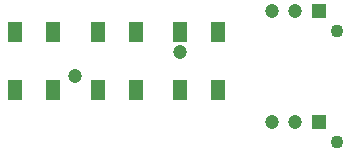
<source format=gbr>
%TF.GenerationSoftware,Altium Limited,Altium Designer,23.1.1 (15)*%
G04 Layer_Color=8388736*
%FSLAX45Y45*%
%MOMM*%
%TF.SameCoordinates,65C13D17-EFD2-49A1-9DDF-215AC00BF633*%
%TF.FilePolarity,Negative*%
%TF.FileFunction,Soldermask,Top*%
%TF.Part,Single*%
G01*
G75*
%TA.AperFunction,ComponentPad*%
%ADD12C,1.10000*%
%ADD13C,1.20000*%
%ADD14R,1.20000X1.20000*%
%TA.AperFunction,SMDPad,CuDef*%
%ADD20R,1.20320X1.70320*%
%TA.AperFunction,ViaPad*%
%ADD21C,1.20320*%
D12*
X2864602Y1105799D02*
D03*
Y165999D02*
D03*
D13*
X2314600Y1275801D02*
D03*
X2514600D02*
D03*
X2314600Y336001D02*
D03*
X2514600D02*
D03*
D14*
X2714600Y1275801D02*
D03*
Y336001D02*
D03*
D20*
X1861800Y1095898D02*
D03*
Y605902D02*
D03*
X1541800Y1095898D02*
D03*
Y605902D02*
D03*
X464800Y1095898D02*
D03*
Y605902D02*
D03*
X144800Y1095898D02*
D03*
Y605902D02*
D03*
X1163300Y1095898D02*
D03*
Y605897D02*
D03*
X843300Y1095898D02*
D03*
Y605897D02*
D03*
D21*
X647700Y723900D02*
D03*
X1541800Y924601D02*
D03*
%TF.MD5,842a3e632b488091a448671e1c4b536d*%
M02*

</source>
